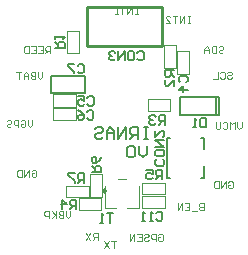
<source format=gbo>
G04*
G04 #@! TF.GenerationSoftware,Altium Limited,Altium Designer,19.1.5 (86)*
G04*
G04 Layer_Color=32896*
%FSAX25Y25*%
%MOIN*%
G70*
G01*
G75*
%ADD10C,0.01000*%
%ADD11C,0.00394*%
%ADD12C,0.00787*%
%ADD13C,0.00591*%
%ADD56C,0.00984*%
D10*
X0139988Y0185961D02*
X0164988D01*
X0139988D02*
Y0198961D01*
X0164988D01*
Y0185961D02*
Y0198961D01*
D11*
X0160244Y0168189D02*
X0167724D01*
X0160244Y0164252D02*
Y0168189D01*
Y0164252D02*
X0167724D01*
Y0168189D01*
X0133472Y0191063D02*
X0137409D01*
Y0183583D02*
Y0191063D01*
X0133472Y0183583D02*
X0137409D01*
X0133472D02*
Y0191063D01*
X0158472Y0140472D02*
X0165953D01*
X0158472Y0136535D02*
Y0140472D01*
Y0136535D02*
X0165953D01*
Y0140472D01*
X0153433Y0131865D02*
X0157370D01*
X0145874D02*
X0149811D01*
X0150343Y0141614D02*
X0152902D01*
X0145874Y0131865D02*
Y0139154D01*
X0157370Y0131865D02*
Y0139154D01*
X0170028Y0176713D02*
Y0184390D01*
Y0176713D02*
X0174161D01*
Y0184390D01*
X0170028D02*
X0174161D01*
X0169614Y0178701D02*
Y0186181D01*
X0165677D02*
X0169614D01*
X0165677Y0178701D02*
Y0186181D01*
Y0178701D02*
X0169614D01*
X0128728Y0165295D02*
X0136406D01*
X0128728Y0161161D02*
Y0165295D01*
Y0161161D02*
X0136406D01*
Y0165295D01*
X0128728Y0169823D02*
X0136406D01*
X0128728Y0165689D02*
Y0169823D01*
Y0165689D02*
X0136406D01*
Y0169823D01*
X0141189Y0143150D02*
X0145126D01*
Y0135669D02*
Y0143150D01*
X0141189Y0135669D02*
X0145126D01*
X0141189D02*
Y0143150D01*
X0133197Y0135512D02*
Y0139449D01*
X0140677D01*
Y0135512D02*
Y0139449D01*
X0133197Y0135512D02*
X0140677D01*
X0144850Y0131378D02*
Y0135315D01*
X0137370Y0131378D02*
X0144850D01*
X0137370D02*
Y0135315D01*
X0144850D01*
X0166130Y0131988D02*
Y0136122D01*
X0158453Y0131988D02*
X0166130D01*
X0158453D02*
Y0136122D01*
X0166130D01*
X0121858Y0161259D02*
Y0159685D01*
X0121071Y0158898D01*
X0120284Y0159685D01*
Y0161259D01*
X0117922Y0160865D02*
X0118316Y0161259D01*
X0119103D01*
X0119497Y0160865D01*
Y0159291D01*
X0119103Y0158898D01*
X0118316D01*
X0117922Y0159291D01*
Y0160078D01*
X0118710D01*
X0117135Y0158898D02*
Y0161259D01*
X0115955D01*
X0115561Y0160865D01*
Y0160078D01*
X0115955Y0159685D01*
X0117135D01*
X0113200Y0160865D02*
X0113593Y0161259D01*
X0114380D01*
X0114774Y0160865D01*
Y0160472D01*
X0114380Y0160078D01*
X0113593D01*
X0113200Y0159685D01*
Y0159291D01*
X0113593Y0158898D01*
X0114380D01*
X0114774Y0159291D01*
X0191583Y0160708D02*
Y0159134D01*
X0190796Y0158346D01*
X0190008Y0159134D01*
Y0160708D01*
X0189221Y0158346D02*
Y0160708D01*
X0188434Y0159921D01*
X0187647Y0160708D01*
Y0158346D01*
X0185285Y0160314D02*
X0185679Y0160708D01*
X0186466D01*
X0186860Y0160314D01*
Y0158740D01*
X0186466Y0158346D01*
X0185679D01*
X0185285Y0158740D01*
X0184498Y0160708D02*
Y0158740D01*
X0184105Y0158346D01*
X0183318D01*
X0182924Y0158740D01*
Y0160708D01*
X0187056Y0140472D02*
X0187449Y0140865D01*
X0188236D01*
X0188630Y0140472D01*
Y0138898D01*
X0188236Y0138504D01*
X0187449D01*
X0187056Y0138898D01*
Y0139685D01*
X0187843D01*
X0186268Y0138504D02*
Y0140865D01*
X0184694Y0138504D01*
Y0140865D01*
X0183907D02*
Y0138504D01*
X0182726D01*
X0182333Y0138898D01*
Y0140472D01*
X0182726Y0140865D01*
X0183907D01*
X0178905Y0133582D02*
Y0131220D01*
X0177725D01*
X0177331Y0131614D01*
Y0132008D01*
X0177725Y0132401D01*
X0178905D01*
X0177725D01*
X0177331Y0132795D01*
Y0133188D01*
X0177725Y0133582D01*
X0178905D01*
X0176544Y0130827D02*
X0174970D01*
X0172608Y0133582D02*
X0174183D01*
Y0131220D01*
X0172608D01*
X0174183Y0132401D02*
X0173396D01*
X0171821Y0131220D02*
Y0133582D01*
X0170247Y0131220D01*
Y0133582D01*
X0163709Y0122952D02*
X0164103Y0123346D01*
X0164890D01*
X0165284Y0122952D01*
Y0121378D01*
X0164890Y0120984D01*
X0164103D01*
X0163709Y0121378D01*
Y0122165D01*
X0164496D01*
X0162922Y0120984D02*
Y0123346D01*
X0161741D01*
X0161348Y0122952D01*
Y0122165D01*
X0161741Y0121771D01*
X0162922D01*
X0158986Y0122952D02*
X0159380Y0123346D01*
X0160167D01*
X0160561Y0122952D01*
Y0122558D01*
X0160167Y0122165D01*
X0159380D01*
X0158986Y0121771D01*
Y0121378D01*
X0159380Y0120984D01*
X0160167D01*
X0160561Y0121378D01*
X0156625Y0123346D02*
X0158199D01*
Y0120984D01*
X0156625D01*
X0158199Y0122165D02*
X0157412D01*
X0155838Y0120984D02*
Y0123346D01*
X0154263Y0120984D01*
Y0123346D01*
X0149653Y0120905D02*
X0148079D01*
X0148866D01*
Y0118543D01*
X0147292Y0120905D02*
X0145718Y0118543D01*
Y0120905D02*
X0147292Y0118543D01*
X0143551Y0121378D02*
Y0123739D01*
X0142370D01*
X0141977Y0123346D01*
Y0122559D01*
X0142370Y0122165D01*
X0143551D01*
X0142764D02*
X0141977Y0121378D01*
X0141190Y0123739D02*
X0139615Y0121378D01*
Y0123739D02*
X0141190Y0121378D01*
X0134496Y0130944D02*
Y0129370D01*
X0133709Y0128583D01*
X0132922Y0129370D01*
Y0130944D01*
X0132135D02*
Y0128583D01*
X0130954D01*
X0130560Y0128976D01*
Y0129370D01*
X0130954Y0129763D01*
X0132135D01*
X0130954D01*
X0130560Y0130157D01*
Y0130551D01*
X0130954Y0130944D01*
X0132135D01*
X0129773D02*
Y0128583D01*
Y0129370D01*
X0128199Y0130944D01*
X0129380Y0129763D01*
X0128199Y0128583D01*
X0127412D02*
Y0130944D01*
X0126231D01*
X0125837Y0130551D01*
Y0129763D01*
X0126231Y0129370D01*
X0127412D01*
X0156976Y0199094D02*
X0156189D01*
X0156583D01*
Y0196732D01*
X0156976D01*
X0156189D01*
X0155008D02*
Y0199094D01*
X0153434Y0196732D01*
Y0199094D01*
X0152647D02*
X0151073D01*
X0151860D01*
Y0196732D01*
X0150286D02*
X0149498D01*
X0149892D01*
Y0199094D01*
X0150286Y0198700D01*
X0186741Y0177086D02*
X0187134Y0177480D01*
X0187921D01*
X0188315Y0177086D01*
Y0176692D01*
X0187921Y0176299D01*
X0187134D01*
X0186741Y0175905D01*
Y0175512D01*
X0187134Y0175118D01*
X0187921D01*
X0188315Y0175512D01*
X0184379Y0177086D02*
X0184773Y0177480D01*
X0185560D01*
X0185953Y0177086D01*
Y0175512D01*
X0185560Y0175118D01*
X0184773D01*
X0184379Y0175512D01*
X0183592Y0177480D02*
Y0175118D01*
X0182018D01*
X0125165Y0177283D02*
Y0175708D01*
X0124378Y0174921D01*
X0123591Y0175708D01*
Y0177283D01*
X0122804D02*
Y0174921D01*
X0121623D01*
X0121230Y0175315D01*
Y0175708D01*
X0121623Y0176102D01*
X0122804D01*
X0121623D01*
X0121230Y0176496D01*
Y0176889D01*
X0121623Y0177283D01*
X0122804D01*
X0120442Y0174921D02*
Y0176496D01*
X0119655Y0177283D01*
X0118868Y0176496D01*
Y0174921D01*
Y0176102D01*
X0120442D01*
X0118081Y0177283D02*
X0116507D01*
X0117294D01*
Y0174921D01*
X0121544Y0144330D02*
X0121937Y0144724D01*
X0122724D01*
X0123118Y0144330D01*
Y0142756D01*
X0122724Y0142362D01*
X0121937D01*
X0121544Y0142756D01*
Y0143543D01*
X0122331D01*
X0120757Y0142362D02*
Y0144724D01*
X0119182Y0142362D01*
Y0144724D01*
X0118395D02*
Y0142362D01*
X0117215D01*
X0116821Y0142756D01*
Y0144330D01*
X0117215Y0144724D01*
X0118395D01*
X0183906Y0185511D02*
X0184300Y0185905D01*
X0185087D01*
X0185480Y0185511D01*
Y0185118D01*
X0185087Y0184724D01*
X0184300D01*
X0183906Y0184330D01*
Y0183937D01*
X0184300Y0183543D01*
X0185087D01*
X0185480Y0183937D01*
X0183119Y0185905D02*
Y0183543D01*
X0181938D01*
X0181545Y0183937D01*
Y0185511D01*
X0181938Y0185905D01*
X0183119D01*
X0180757Y0183543D02*
Y0185118D01*
X0179970Y0185905D01*
X0179183Y0185118D01*
Y0183543D01*
Y0184724D01*
X0180757D01*
X0174496Y0195944D02*
X0173709D01*
X0174102D01*
Y0193583D01*
X0174496D01*
X0173709D01*
X0172528D02*
Y0195944D01*
X0170954Y0193583D01*
Y0195944D01*
X0170167D02*
X0168593D01*
X0169380D01*
Y0193583D01*
X0166231D02*
X0167805D01*
X0166231Y0195157D01*
Y0195551D01*
X0166625Y0195944D01*
X0167412D01*
X0167805Y0195551D01*
X0127724Y0183504D02*
Y0185865D01*
X0126544D01*
X0126150Y0185472D01*
Y0184685D01*
X0126544Y0184291D01*
X0127724D01*
X0126937D02*
X0126150Y0183504D01*
X0123789Y0185865D02*
X0125363D01*
Y0183504D01*
X0123789D01*
X0125363Y0184685D02*
X0124576D01*
X0121427Y0185865D02*
X0123002D01*
Y0183504D01*
X0121427D01*
X0123002Y0184685D02*
X0122214D01*
X0120640Y0185865D02*
Y0183504D01*
X0119459D01*
X0119066Y0183897D01*
Y0185472D01*
X0119459Y0185865D01*
X0120640D01*
D12*
X0184113Y0162945D02*
Y0168945D01*
X0183113Y0162945D02*
Y0168945D01*
X0171113D02*
X0184113D01*
X0171113Y0162945D02*
Y0168945D01*
Y0162945D02*
X0184113D01*
X0179055Y0142087D02*
Y0146024D01*
X0177874Y0142087D02*
X0179055Y0142087D01*
X0177874Y0155472D02*
X0179055D01*
Y0151535D02*
Y0155472D01*
X0166850Y0142087D02*
X0167638D01*
X0166850D02*
Y0155472D01*
X0167638D01*
X0127880Y0170439D02*
X0139380D01*
Y0175939D01*
X0127880D02*
X0139380D01*
X0127880Y0170439D02*
Y0175939D01*
X0159890Y0152755D02*
Y0150131D01*
X0158578Y0148819D01*
X0157266Y0150131D01*
Y0152755D01*
X0155954Y0152099D02*
X0155298Y0152755D01*
X0153986D01*
X0153330Y0152099D01*
Y0149475D01*
X0153986Y0148819D01*
X0155298D01*
X0155954Y0149475D01*
Y0152099D01*
X0160323Y0158896D02*
X0159011D01*
X0159667D01*
Y0154961D01*
X0160323D01*
X0159011D01*
X0157043D02*
Y0158896D01*
X0155075D01*
X0154419Y0158240D01*
Y0156929D01*
X0155075Y0156272D01*
X0157043D01*
X0155731D02*
X0154419Y0154961D01*
X0153107D02*
Y0158896D01*
X0150484Y0154961D01*
Y0158896D01*
X0149172Y0154961D02*
Y0157584D01*
X0147860Y0158896D01*
X0146548Y0157584D01*
Y0154961D01*
Y0156929D01*
X0149172D01*
X0142612Y0158240D02*
X0143268Y0158896D01*
X0144580D01*
X0145236Y0158240D01*
Y0157584D01*
X0144580Y0156929D01*
X0143268D01*
X0142612Y0156272D01*
Y0155617D01*
X0143268Y0154961D01*
X0144580D01*
X0145236Y0155617D01*
D13*
X0166071Y0159803D02*
Y0162952D01*
X0164497D01*
X0163972Y0162427D01*
Y0161377D01*
X0164497Y0160853D01*
X0166071D01*
X0165021D02*
X0163972Y0159803D01*
X0162922Y0162427D02*
X0162398Y0162952D01*
X0161348D01*
X0160823Y0162427D01*
Y0161902D01*
X0161348Y0161377D01*
X0161873D01*
X0161348D01*
X0160823Y0160853D01*
Y0160328D01*
X0161348Y0159803D01*
X0162398D01*
X0162922Y0160328D01*
X0179654Y0161968D02*
Y0158819D01*
X0178079D01*
X0177555Y0159344D01*
Y0161443D01*
X0178079Y0161968D01*
X0179654D01*
X0176505Y0158819D02*
X0175455D01*
X0175980D01*
Y0161968D01*
X0176505Y0161443D01*
X0165047Y0141614D02*
Y0144763D01*
X0163473D01*
X0162948Y0144238D01*
Y0143189D01*
X0163473Y0142664D01*
X0165047D01*
X0163998D02*
X0162948Y0141614D01*
X0159800Y0144763D02*
X0161899D01*
Y0143189D01*
X0160849Y0143713D01*
X0160324D01*
X0159800Y0143189D01*
Y0142139D01*
X0160324Y0141614D01*
X0161374D01*
X0161899Y0142139D01*
X0148669Y0130275D02*
X0146570D01*
X0147620D01*
Y0127126D01*
X0145521D02*
X0144471D01*
X0144996D01*
Y0130275D01*
X0145521Y0129750D01*
X0139063Y0140354D02*
Y0143503D01*
X0137489D01*
X0136964Y0142978D01*
Y0141929D01*
X0137489Y0141404D01*
X0139063D01*
X0138014D02*
X0136964Y0140354D01*
X0135914Y0143503D02*
X0133815D01*
Y0142978D01*
X0135914Y0140879D01*
Y0140354D01*
X0141583Y0143858D02*
X0144731D01*
Y0145433D01*
X0144207Y0145957D01*
X0143157D01*
X0142632Y0145433D01*
Y0143858D01*
Y0144908D02*
X0141583Y0145957D01*
X0144731Y0149106D02*
X0144207Y0148056D01*
X0143157Y0147007D01*
X0142107D01*
X0141583Y0147532D01*
Y0148581D01*
X0142107Y0149106D01*
X0142632D01*
X0143157Y0148581D01*
Y0147007D01*
X0136504Y0131614D02*
Y0134763D01*
X0134930D01*
X0134405Y0134238D01*
Y0133188D01*
X0134930Y0132664D01*
X0136504D01*
X0135454D02*
X0134405Y0131614D01*
X0131781D02*
Y0134763D01*
X0133355Y0133188D01*
X0131256D01*
X0165309Y0148241D02*
X0165834Y0147716D01*
Y0146667D01*
X0165309Y0146142D01*
X0163210D01*
X0162685Y0146667D01*
Y0147716D01*
X0163210Y0148241D01*
X0165834Y0150865D02*
Y0149815D01*
X0165309Y0149290D01*
X0163210D01*
X0162685Y0149815D01*
Y0150865D01*
X0163210Y0151389D01*
X0165309D01*
X0165834Y0150865D01*
X0162685Y0152439D02*
X0165834D01*
X0162685Y0154538D01*
X0165834D01*
X0162685Y0157687D02*
Y0155587D01*
X0164784Y0157687D01*
X0165309D01*
X0165834Y0157162D01*
Y0156112D01*
X0165309Y0155587D01*
X0156806Y0183805D02*
X0157331Y0184330D01*
X0158381D01*
X0158905Y0183805D01*
Y0181706D01*
X0158381Y0181181D01*
X0157331D01*
X0156806Y0181706D01*
X0154183Y0184330D02*
X0155232D01*
X0155757Y0183805D01*
Y0181706D01*
X0155232Y0181181D01*
X0154183D01*
X0153658Y0181706D01*
Y0183805D01*
X0154183Y0184330D01*
X0152608Y0181181D02*
Y0184330D01*
X0150509Y0181181D01*
Y0184330D01*
X0149460Y0183805D02*
X0148935Y0184330D01*
X0147885D01*
X0147361Y0183805D01*
Y0183280D01*
X0147885Y0182755D01*
X0148410D01*
X0147885D01*
X0147361Y0182231D01*
Y0181706D01*
X0147885Y0181181D01*
X0148935D01*
X0149460Y0181706D01*
X0163027Y0130262D02*
X0163552Y0130786D01*
X0164601D01*
X0165126Y0130262D01*
Y0128163D01*
X0164601Y0127638D01*
X0163552D01*
X0163027Y0128163D01*
X0161977Y0127638D02*
X0160928D01*
X0161453D01*
Y0130786D01*
X0161977Y0130262D01*
X0159354Y0127638D02*
X0158304D01*
X0158829D01*
Y0130786D01*
X0159354Y0130262D01*
X0140035Y0164081D02*
X0140560Y0164605D01*
X0141609D01*
X0142134Y0164081D01*
Y0161981D01*
X0141609Y0161457D01*
X0140560D01*
X0140035Y0161981D01*
X0136886Y0164605D02*
X0137936Y0164081D01*
X0138985Y0163031D01*
Y0161981D01*
X0138461Y0161457D01*
X0137411D01*
X0136886Y0161981D01*
Y0162506D01*
X0137411Y0163031D01*
X0138985D01*
X0140192Y0168726D02*
X0140717Y0169251D01*
X0141767D01*
X0142291Y0168726D01*
Y0166627D01*
X0141767Y0166102D01*
X0140717D01*
X0140192Y0166627D01*
X0137044Y0169251D02*
X0139143D01*
Y0167677D01*
X0138093Y0168201D01*
X0137568D01*
X0137044Y0167677D01*
Y0166627D01*
X0137568Y0166102D01*
X0138618D01*
X0139143Y0166627D01*
X0169102Y0177913D02*
X0165954D01*
Y0176339D01*
X0166479Y0175814D01*
X0167528D01*
X0168053Y0176339D01*
Y0177913D01*
Y0176864D02*
X0169102Y0175814D01*
Y0172666D02*
Y0174765D01*
X0167003Y0172666D01*
X0166479D01*
X0165954Y0173190D01*
Y0174240D01*
X0166479Y0174765D01*
X0171085Y0173846D02*
X0170560Y0174371D01*
Y0175420D01*
X0171085Y0175945D01*
X0173184D01*
X0173709Y0175420D01*
Y0174371D01*
X0173184Y0173846D01*
X0173709Y0171222D02*
X0170560D01*
X0172134Y0172796D01*
Y0170697D01*
X0129457Y0185276D02*
X0132605D01*
Y0186850D01*
X0132080Y0187375D01*
X0131031D01*
X0130506Y0186850D01*
Y0185276D01*
Y0186325D02*
X0129457Y0187375D01*
Y0188424D02*
Y0189474D01*
Y0188949D01*
X0132605D01*
X0132080Y0188424D01*
X0136885Y0179474D02*
X0137410Y0179999D01*
X0138460D01*
X0138984Y0179474D01*
Y0177375D01*
X0138460Y0176850D01*
X0137410D01*
X0136885Y0177375D01*
X0135836Y0179999D02*
X0133737D01*
Y0179474D01*
X0135836Y0177375D01*
Y0176850D01*
D56*
X0146366Y0137693D02*
G03*
X0146366Y0137693I-0000492J0000000D01*
G01*
M02*

</source>
